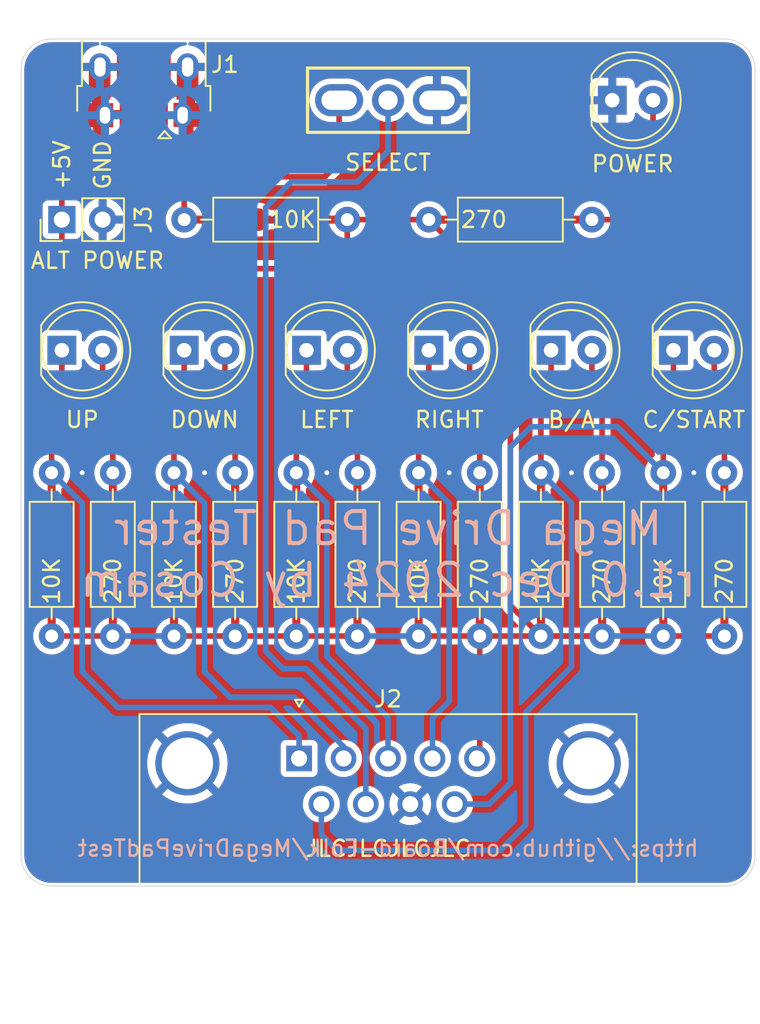
<source format=kicad_pcb>
(kicad_pcb (version 20240108) (generator "pcbnew") (generator_version "8.0")
  (layers (0 "F.Cu" signal) (31 "B.Cu" signal) (34 "B.Paste" user) (35 "F.Paste" user) (36 "B.SilkS" user "B.Silkscreen") (37 "F.SilkS" user "F.Silkscreen") (38 "B.Mask" user) (39 "F.Mask" user) (44 "Edge.Cuts" user))
  (net 0 "")
  (net 1 "Net-(D1-A)")
  (net 2 "UP")
  (net 3 "Net-(D2-A)")
  (net 4 "DOWN")
  (net 5 "Net-(D3-A)")
  (net 6 "LEFT")
  (net 7 "Net-(D4-A)")
  (net 8 "RIGHT")
  (net 9 "Net-(D5-A)")
  (net 10 "B")
  (net 11 "Net-(D6-A)")
  (net 12 "C")
  (net 13 "GND")
  (net 14 "Net-(D7-A)")
  (net 17 "VCC")
  (net 19 "SELECT")
  (net 20 "Net-(SW1-A)")
  (footprint "Connector_PinHeader_2.54mm:PinHeader_1x02_P2.54mm_Vertical" (layer "F.Cu") (at 114.3 93.472 90)
    (property "Reference" "J3" (at 0 5.08 90) (layer "F.SilkS"))
    (property "Value" "ALT POWER" (at -2.54 2.2225 180) (layer "F.SilkS"))
    (fp_line (start -1.33 -1.33) (end 0 -1.33) (stroke (width 0.12)) (layer "F.SilkS"))
    (fp_line (start -1.33 0) (end -1.33 -1.33) (stroke (width 0.12)) (layer "F.SilkS"))
    (fp_line (start 1.33 1.27) (end 1.33 3.87) (stroke (width 0.12)) (layer "F.SilkS"))
    (fp_line (start -1.33 1.27) (end 1.33 1.27) (stroke (width 0.12)) (layer "F.SilkS"))
    (fp_line (start -1.33 1.27) (end -1.33 3.87) (stroke (width 0.12)) (layer "F.SilkS"))
    (fp_line (start -1.33 3.87) (end 1.33 3.87) (stroke (width 0.12)) (layer "F.SilkS"))
    (pad "1" thru_hole rect (at 0 0 90) (size 1.7 1.7) (drill 1) (layers "*.Cu" "*.Mask") (net 17 "VCC"))
    (pad "2" thru_hole oval (at 0 2.54 90) (size 1.7 1.7) (drill 1) (layers "*.Cu" "*.Mask") (net 13 "GND"))
  )
  (footprint "LED_THT:LED_D5.0mm" (layer "F.Cu") (at 144.78 101.6)
    (property "Reference" "D5" (hide yes))
    (property "Value" "B/A" (at 1.27 4.318 0) (layer "F.SilkS"))
    (fp_line (start -1.29 -1.545) (end -1.29 1.545) (stroke (width 0.12)) (layer "F.SilkS"))
    (fp_arc (start -1.29 -1.54483) (mid 2.072002 -2.880433) (end 4.26 0.000462) (stroke (width 0.12)) (layer "F.SilkS"))
    (fp_arc (start 4.26 -0.000462) (mid 2.072002 2.880433) (end -1.29 1.54483) (stroke (width 0.12)) (layer "F.SilkS"))
    (fp_circle (center 1.27 0) (end 3.77 0) (stroke (width 0.12)) (fill none) (layer "F.SilkS"))
    (pad "1" thru_hole rect (at 0 0) (size 1.8 1.8) (drill 0.9) (layers "*.Cu" "*.Mask") (net 10 "B"))
    (pad "2" thru_hole circle (at 2.54 0) (size 1.8 1.8) (drill 0.9) (layers "*.Cu" "*.Mask") (net 9 "Net-(D5-A)"))
  )
  (footprint "MegaDrivePadTest_Library:R_Combo" (layer "F.Cu") (at 140.335 109.22 -90)
    (property "Reference" "R4" (hide yes))
    (property "Value" "270")
    (fp_line (start 1.81 1.37) (end 8.35 1.37) (stroke (width 0.12)) (layer "F.SilkS"))
    (fp_line (start 8.35 1.37) (end 8.35 -1.37) (stroke (width 0.12)) (layer "F.SilkS"))
    (fp_line (start 1.04 0) (end 1.81 0) (stroke (width 0.12)) (layer "F.SilkS"))
    (fp_line (start 9.12 0) (end 8.35 0) (stroke (width 0.12)) (layer "F.SilkS"))
    (fp_line (start 1.81 -1.37) (end 1.81 1.37) (stroke (width 0.12)) (layer "F.SilkS"))
    (fp_line (start 8.35 -1.37) (end 1.81 -1.37) (stroke (width 0.12)) (layer "F.SilkS"))
    (fp_text user "${VALUE}" (at 6.731 0 -90) (layer "F.SilkS"))
    (pad "1" thru_hole circle (at 0 0 270) (size 1.6 1.6) (drill 0.8) (layers "*.Cu" "*.Mask") (net 7 "Net-(D4-A)"))
    (pad "1" smd roundrect (at 1.36525 0 270) (size 3.1115 0.5) (layers "F.Cu") (roundrect_rratio 0.5) (net 7 "Net-(D4-A)"))
    (pad "1" smd roundrect (at 2.62 0 270) (size 1.025 1.4) (layers "F.Cu" "F.Paste" "F.Mask") (roundrect_rratio 0.243902) (net 7 "Net-(D4-A)"))
    (pad "2" smd roundrect (at 4.445 0 270) (size 1.025 1.4) (layers "F.Cu" "F.Paste" "F.Mask") (roundrect_rratio 0.243902) (net 17 "VCC"))
    (pad "2" smd roundrect (at 7.33425 -0.002 270) (size 6.2865 0.504) (layers "F.Cu") (roundrect_rratio 0.5) (net 17 "VCC"))
    (pad "2" thru_hole oval (at 10.16 0 270) (size 1.6 1.6) (drill 0.8) (layers "*.Cu" "*.Mask") (net 17 "VCC"))
  )
  (footprint "MegaDrivePadTest_Library:R_Combo" (layer "F.Cu") (at 144.145 109.22 -90)
    (property "Reference" "R11" (hide yes))
    (property "Value" "10K")
    (fp_line (start 1.81 1.37) (end 8.35 1.37) (stroke (width 0.12)) (layer "F.SilkS"))
    (fp_line (start 8.35 1.37) (end 8.35 -1.37) (stroke (width 0.12)) (layer "F.SilkS"))
    (fp_line (start 1.04 0) (end 1.81 0) (stroke (width 0.12)) (layer "F.SilkS"))
    (fp_line (start 9.12 0) (end 8.35 0) (stroke (width 0.12)) (layer "F.SilkS"))
    (fp_line (start 1.81 -1.37) (end 1.81 1.37) (stroke (width 0.12)) (layer "F.SilkS"))
    (fp_line (start 8.35 -1.37) (end 1.81 -1.37) (stroke (width 0.12)) (layer "F.SilkS"))
    (fp_text user "${VALUE}" (at 6.731 0 -90) (layer "F.SilkS"))
    (pad "1" thru_hole circle (at 0 0 270) (size 1.6 1.6) (drill 0.8) (layers "*.Cu" "*.Mask") (net 10 "B"))
    (pad "1" smd roundrect (at 1.36525 0 270) (size 3.1115 0.5) (layers "F.Cu") (roundrect_rratio 0.5) (net 10 "B"))
    (pad "1" smd roundrect (at 2.62 0 270) (size 1.025 1.4) (layers "F.Cu" "F.Paste" "F.Mask") (roundrect_rratio 0.243902) (net 10 "B"))
    (pad "2" smd roundrect (at 4.445 0 270) (size 1.025 1.4) (layers "F.Cu" "F.Paste" "F.Mask") (roundrect_rratio 0.243902) (net 17 "VCC"))
    (pad "2" smd roundrect (at 7.33425 -0.002 270) (size 6.2865 0.504) (layers "F.Cu") (roundrect_rratio 0.5) (net 17 "VCC"))
    (pad "2" thru_hole oval (at 10.16 0 270) (size 1.6 1.6) (drill 0.8) (layers "*.Cu" "*.Mask") (net 17 "VCC"))
  )
  (footprint "MegaDrivePadTest_Library:R_Combo" (layer "F.Cu") (at 132.715 109.22 -90)
    (property "Reference" "R3" (hide yes))
    (property "Value" "270")
    (fp_line (start 1.81 1.37) (end 8.35 1.37) (stroke (width 0.12)) (layer "F.SilkS"))
    (fp_line (start 8.35 1.37) (end 8.35 -1.37) (stroke (width 0.12)) (layer "F.SilkS"))
    (fp_line (start 1.04 0) (end 1.81 0) (stroke (width 0.12)) (layer "F.SilkS"))
    (fp_line (start 9.12 0) (end 8.35 0) (stroke (width 0.12)) (layer "F.SilkS"))
    (fp_line (start 1.81 -1.37) (end 1.81 1.37) (stroke (width 0.12)) (layer "F.SilkS"))
    (fp_line (start 8.35 -1.37) (end 1.81 -1.37) (stroke (width 0.12)) (layer "F.SilkS"))
    (fp_text user "${VALUE}" (at 6.731 0 -90) (layer "F.SilkS"))
    (pad "1" thru_hole circle (at 0 0 270) (size 1.6 1.6) (drill 0.8) (layers "*.Cu" "*.Mask") (net 5 "Net-(D3-A)"))
    (pad "1" smd roundrect (at 1.36525 0 270) (size 3.1115 0.5) (layers "F.Cu") (roundrect_rratio 0.5) (net 5 "Net-(D3-A)"))
    (pad "1" smd roundrect (at 2.62 0 270) (size 1.025 1.4) (layers "F.Cu" "F.Paste" "F.Mask") (roundrect_rratio 0.243902) (net 5 "Net-(D3-A)"))
    (pad "2" smd roundrect (at 4.445 0 270) (size 1.025 1.4) (layers "F.Cu" "F.Paste" "F.Mask") (roundrect_rratio 0.243902) (net 17 "VCC"))
    (pad "2" smd roundrect (at 7.33425 -0.002 270) (size 6.2865 0.504) (layers "F.Cu") (roundrect_rratio 0.5) (net 17 "VCC"))
    (pad "2" thru_hole oval (at 10.16 0 270) (size 1.6 1.6) (drill 0.8) (layers "*.Cu" "*.Mask") (net 17 "VCC"))
  )
  (footprint "LED_THT:LED_D5.0mm" (layer "F.Cu") (at 152.4 101.6)
    (property "Reference" "D6" (hide yes))
    (property "Value" "C/START" (at 1.27 4.318 0) (layer "F.SilkS"))
    (fp_line (start -1.29 -1.545) (end -1.29 1.545) (stroke (width 0.12)) (layer "F.SilkS"))
    (fp_arc (start -1.29 -1.54483) (mid 2.072002 -2.880433) (end 4.26 0.000462) (stroke (width 0.12)) (layer "F.SilkS"))
    (fp_arc (start 4.26 -0.000462) (mid 2.072002 2.880433) (end -1.29 1.54483) (stroke (width 0.12)) (layer "F.SilkS"))
    (fp_circle (center 1.27 0) (end 3.77 0) (stroke (width 0.12)) (fill none) (layer "F.SilkS"))
    (pad "1" thru_hole rect (at 0 0) (size 1.8 1.8) (drill 0.9) (layers "*.Cu" "*.Mask") (net 12 "C"))
    (pad "2" thru_hole circle (at 2.54 0) (size 1.8 1.8) (drill 0.9) (layers "*.Cu" "*.Mask") (net 11 "Net-(D6-A)"))
  )
  (footprint "MegaDrivePadTest_Library:R_Combo" (layer "F.Cu") (at 151.765 109.22 -90)
    (property "Reference" "R12" (hide yes))
    (property "Value" "10K")
    (fp_line (start 1.81 1.37) (end 8.35 1.37) (stroke (width 0.12)) (layer "F.SilkS"))
    (fp_line (start 8.35 1.37) (end 8.35 -1.37) (stroke (width 0.12)) (layer "F.SilkS"))
    (fp_line (start 1.04 0) (end 1.81 0) (stroke (width 0.12)) (layer "F.SilkS"))
    (fp_line (start 9.12 0) (end 8.35 0) (stroke (width 0.12)) (layer "F.SilkS"))
    (fp_line (start 1.81 -1.37) (end 1.81 1.37) (stroke (width 0.12)) (layer "F.SilkS"))
    (fp_line (start 8.35 -1.37) (end 1.81 -1.37) (stroke (width 0.12)) (layer "F.SilkS"))
    (fp_text user "${VALUE}" (at 6.731 0 -90) (layer "F.SilkS"))
    (pad "1" thru_hole circle (at 0 0 270) (size 1.6 1.6) (drill 0.8) (layers "*.Cu" "*.Mask") (net 12 "C"))
    (pad "1" smd roundrect (at 1.36525 0 270) (size 3.1115 0.5) (layers "F.Cu") (roundrect_rratio 0.5) (net 12 "C"))
    (pad "1" smd roundrect (at 2.62 0 270) (size 1.025 1.4) (layers "F.Cu" "F.Paste" "F.Mask") (roundrect_rratio 0.243902) (net 12 "C"))
    (pad "2" smd roundrect (at 4.445 0 270) (size 1.025 1.4) (layers "F.Cu" "F.Paste" "F.Mask") (roundrect_rratio 0.243902) (net 17 "VCC"))
    (pad "2" smd roundrect (at 7.33425 -0.002 270) (size 6.2865 0.504) (layers "F.Cu") (roundrect_rratio 0.5) (net 17 "VCC"))
    (pad "2" thru_hole oval (at 10.16 0 270) (size 1.6 1.6) (drill 0.8) (layers "*.Cu" "*.Mask") (net 17 "VCC"))
  )
  (footprint "MegaDrivePadTest_Library:R_Combo" (layer "F.Cu") (at 128.905 109.22 -90)
    (property "Reference" "R9" (hide yes))
    (property "Value" "10K")
    (fp_line (start 1.81 1.37) (end 8.35 1.37) (stroke (width 0.12)) (layer "F.SilkS"))
    (fp_line (start 8.35 1.37) (end 8.35 -1.37) (stroke (width 0.12)) (layer "F.SilkS"))
    (fp_line (start 1.04 0) (end 1.81 0) (stroke (width 0.12)) (layer "F.SilkS"))
    (fp_line (start 9.12 0) (end 8.35 0) (stroke (width 0.12)) (layer "F.SilkS"))
    (fp_line (start 1.81 -1.37) (end 1.81 1.37) (stroke (width 0.12)) (layer "F.SilkS"))
    (fp_line (start 8.35 -1.37) (end 1.81 -1.37) (stroke (width 0.12)) (layer "F.SilkS"))
    (fp_text user "${VALUE}" (at 6.731 0 -90) (layer "F.SilkS"))
    (pad "1" thru_hole circle (at 0 0 270) (size 1.6 1.6) (drill 0.8) (layers "*.Cu" "*.Mask") (net 6 "LEFT"))
    (pad "1" smd roundrect (at 1.36525 0 270) (size 3.1115 0.5) (layers "F.Cu") (roundrect_rratio 0.5) (net 6 "LEFT"))
    (pad "1" smd roundrect (at 2.62 0 270) (size 1.025 1.4) (layers "F.Cu" "F.Paste" "F.Mask") (roundrect_rratio 0.243902) (net 6 "LEFT"))
    (pad "2" smd roundrect (at 4.445 0 270) (size 1.025 1.4) (layers "F.Cu" "F.Paste" "F.Mask") (roundrect_rratio 0.243902) (net 17 "VCC"))
    (pad "2" smd roundrect (at 7.33425 -0.002 270) (size 6.2865 0.504) (layers "F.Cu") (roundrect_rratio 0.5) (net 17 "VCC"))
    (pad "2" thru_hole oval (at 10.16 0 270) (size 1.6 1.6) (drill 0.8) (layers "*.Cu" "*.Mask") (net 17 "VCC"))
  )
  (footprint "Connector_Dsub:DSUB-9_Male_Horizontal_P2.77x2.84mm_EdgePinOffset4.94mm_Housed_MountingHolesOffset7.48mm" (layer "F.Cu") (at 129.08 127)
    (property "Reference" "J2" (at 5.54 -3.7 0) (layer "F.SilkS"))
    (property "Value" "DE9_Receptacle_MountingHoles")
    (fp_line (start -9.945 -2.76) (end 21.025 -2.76) (stroke (width 0.12)) (layer "F.SilkS"))
    (fp_line (start -9.945 7.72) (end -9.945 -2.76) (stroke (width 0.12)) (layer "F.SilkS"))
    (fp_line (start -0.25 -3.654338) (end 0.25 -3.654338) (stroke (width 0.12)) (layer "F.SilkS"))
    (fp_line (start 0 -3.221325) (end -0.25 -3.654338) (stroke (width 0.12)) (layer "F.SilkS"))
    (fp_line (start 0.25 -3.654338) (end 0 -3.221325) (stroke (width 0.12)) (layer "F.SilkS"))
    (fp_line (start 21.025 -2.76) (end 21.025 7.72) (stroke (width 0.12)) (layer "F.SilkS"))
    (pad "0" thru_hole circle (at -6.96 0.3) (size 4 4) (drill 3.2) (layers "*.Cu" "*.Mask") (net 13 "GND"))
    (pad "0" thru_hole circle (at 18.04 0.3) (size 4 4) (drill 3.2) (layers "*.Cu" "*.Mask") (net 13 "GND"))
    (pad "1" thru_hole rect (at 0 0) (size 1.6 1.6) (drill 1) (layers "*.Cu" "*.Mask") (net 2 "UP"))
    (pad "2" thru_hole circle (at 2.77 0) (size 1.6 1.6) (drill 1) (layers "*.Cu" "*.Mask") (net 4 "DOWN"))
    (pad "3" thru_hole circle (at 5.54 0) (size 1.6 1.6) (drill 1) (layers "*.Cu" "*.Mask") (net 6 "LEFT"))
    (pad "4" thru_hole circle (at 8.31 0) (size 1.6 1.6) (drill 1) (layers "*.Cu" "*.Mask") (net 8 "RIGHT"))
    (pad "5" thru_hole circle (at 11.08 0) (size 1.6 1.6) (drill 1) (layers "*.Cu" "*.Mask") (net 17 "VCC"))
    (pad "6" thru_hole circle (at 1.385 2.84) (size 1.6 1.6) (drill 1) (layers "*.Cu" "*.Mask") (net 10 "B"))
    (pad "7" thru_hole circle (at 4.155 2.84) (size 1.6 1.6) (drill 1) (layers "*.Cu" "*.Mask") (net 19 "SELECT"))
    (pad "8" thru_hole circle (at 6.925 2.84) (size 1.6 1.6) (drill 1) (layers "*.Cu" "*.Mask") (net 13 "GND"))
    (pad "9" thru_hole circle (at 9.695 2.84) (size 1.6 1.6) (drill 1) (layers "*.Cu" "*.Mask") (net 12 "C"))
  )
  (footprint "LED_THT:LED_D5.0mm" (layer "F.Cu") (at 114.3 101.6)
    (property "Reference" "D1" (hide yes))
    (property "Value" "UP" (at 1.27 4.318 0) (layer "F.SilkS"))
    (fp_line (start -1.29 -1.545) (end -1.29 1.545) (stroke (width 0.12)) (layer "F.SilkS"))
    (fp_arc (start -1.29 -1.54483) (mid 2.072002 -2.880433) (end 4.26 0.000462) (stroke (width 0.12)) (layer "F.SilkS"))
    (fp_arc (start 4.26 -0.000462) (mid 2.072002 2.880433) (end -1.29 1.54483) (stroke (width 0.12)) (layer "F.SilkS"))
    (fp_circle (center 1.27 0) (end 3.77 0) (stroke (width 0.12)) (fill none) (layer "F.SilkS"))
    (pad "1" thru_hole rect (at 0 0) (size 1.8 1.8) (drill 0.9) (layers "*.Cu" "*.Mask") (net 2 "UP"))
    (pad "2" thru_hole circle (at 2.54 0) (size 1.8 1.8) (drill 0.9) (layers "*.Cu" "*.Mask") (net 1 "Net-(D1-A)"))
  )
  (footprint "Connector_USB:USB_Micro-B_Amphenol_10103594-0001LF_Horizontal" (layer "F.Cu") (at 119.38 85.09 180)
    (property "Reference" "J1" (at -5.08 1.27 0) (layer "F.SilkS"))
    (property "Value" "USB_B_Micro")
    (fp_line (start 4.125 -0.065) (end 4.125 -1.615) (stroke (width 0.12)) (layer "F.SilkS"))
    (fp_line (start 3.825 2.735) (end 3.825 -0.065) (stroke (width 0.12)) (layer "F.SilkS"))
    (fp_line (start 3.825 -0.065) (end 4.125 -0.065) (stroke (width 0.12)) (layer "F.SilkS"))
    (fp_line (start -0.925 -3.315) (end -1.325 -2.865) (stroke (width 0.12)) (layer "F.SilkS"))
    (fp_line (start -1.325 -2.865) (end -1.725 -3.315) (stroke (width 0.12)) (layer "F.SilkS"))
    (fp_line (start -1.725 -3.315) (end -0.925 -3.315) (stroke (width 0.12)) (layer "F.SilkS"))
    (fp_line (start -3.875 2.735) (end -3.875 -0.065) (stroke (width 0.12)) (layer "F.SilkS"))
    (fp_line (start -4.175 -0.065) (end -3.875 -0.065) (stroke (width 0.12)) (layer "F.SilkS"))
    (fp_line (start -4.175 -0.065) (end -4.175 -1.615) (stroke (width 0.12)) (layer "F.SilkS"))
    (pad "1" smd rect (at -1.325 -1.765 270) (size 1.65 0.4) (layers "F.Cu" "F.Paste" "F.Mask") (net 17 "VCC"))
    (pad "2" smd rect (at -0.675 -1.765 270) (size 1.65 0.4) (layers "F.Cu" "F.Paste" "F.Mask"))
    (pad "3" smd rect (at -0.025 -1.765 270) (size 1.65 0.4) (layers "F.Cu" "F.Paste" "F.Mask"))
    (pad "4" smd rect (at 0.625 -1.765 270) (size 1.65 0.4) (layers "F.Cu" "F.Paste" "F.Mask"))
    (pad "5" smd rect (at 1.275 -1.765 270) (size 1.65 0.4) (layers "F.Cu" "F.Paste" "F.Mask") (net 13 "GND"))
    (pad "6" smd rect (at -2.975 -0.565 180) (size 1.825 0.7) (layers "F.Cu" "F.Paste" "F.Mask") (net 13 "GND"))
    (pad "6" smd rect (at -2.875 -1.865 180) (size 2 1.5) (layers "F.Cu" "F.Paste" "F.Mask") (net 13 "GND"))
    (pad "6" smd rect (at -2.755 0.185 180) (size 1.35 2) (layers "F.Cu" "F.Paste" "F.Mask") (net 13 "GND"))
    (pad "6" thru_hole oval (at -2.755 1.115 270) (size 1.7 1.35) (drill oval 1.2 0.7) (layers "*.Cu" "*.Mask") (net 13 "GND"))
    (pad "6" thru_hole oval (at -2.445 -1.885 270) (size 1.5 1.1) (drill oval 1.05 0.65) (layers "*.Cu" "*.Mask") (net 13 "GND"))
    (pad "6" smd rect (at -0.985 1.385 270) (size 2.5 1.43) (layers "F.Cu" "F.Paste" "F.Mask") (net 13 "GND"))
    (pad "6" smd rect (at 0.935 1.385 270) (size 2.5 1.43) (layers "F.Cu" "F.Paste" "F.Mask") (net 13 "GND"))
    (pad "6" thru_hole oval (at 2.395 -1.885 270) (size 1.5 1.1) (drill oval 1.05 0.65) (layers "*.Cu" "*.Mask") (net 13 "GND"))
    (pad "6" thru_hole oval (at 2.705 1.115 270) (size 1.7 1.35) (drill oval 1.2 0.7) (layers "*.Cu" "*.Mask") (net 13 "GND"))
    (pad "6" smd rect (at 2.725 0.185 180) (size 1.35 2) (layers "F.Cu" "F.Paste" "F.Mask") (net 13 "GND"))
    (pad "6" smd rect (at 2.875 -1.885 180) (size 2 1.5) (layers "F.Cu" "F.Paste" "F.Mask") (net 13 "GND"))
    (pad "6" smd rect (at 2.975 -0.565 180) (size 1.825 0.7) (layers "F.Cu" "F.Paste" "F.Mask") (net 13 "GND"))
  )
  (footprint "MegaDrivePadTest_Library:R_Combo" (layer "F.Cu") (at 121.285 109.22 -90)
    (property "Reference" "R8" (hide yes))
    (property "Value" "10K")
    (fp_line (start 1.81 1.37) (end 8.35 1.37) (stroke (width 0.12)) (layer "F.SilkS"))
    (fp_line (start 8.35 1.37) (end 8.35 -1.37) (stroke (width 0.12)) (layer "F.SilkS"))
    (fp_line (start 1.04 0) (end 1.81 0) (stroke (width 0.12)) (layer "F.SilkS"))
    (fp_line (start 9.12 0) (end 8.35 0) (stroke (width 0.12)) (layer "F.SilkS"))
    (fp_line (start 1.81 -1.37) (end 1.81 1.37) (stroke (width 0.12)) (layer "F.SilkS"))
    (fp_line (start 8.35 -1.37) (end 1.81 -1.37) (stroke (width 0.12)) (layer "F.SilkS"))
    (fp_text user "${VALUE}" (at 6.731 0 -90) (layer "F.SilkS"))
    (pad "1" thru_hole circle (at 0 0 270) (size 1.6 1.6) (drill 0.8) (layers "*.Cu" "*.Mask") (net 4 "DOWN"))
    (pad "1" smd roundrect (at 1.36525 0 270) (size 3.1115 0.5) (layers "F.Cu") (roundrect_rratio 0.5) (net 4 "DOWN"))
    (pad "1" smd roundrect (at 2.62 0 270) (size 1.025 1.4) (layers "F.Cu" "F.Paste" "F.Mask") (roundrect_rratio 0.243902) (net 4 "DOWN"))
    (pad "2" smd roundrect (at 4.445 0 270) (size 1.025 1.4) (layers "F.Cu" "F.Paste" "F.Mask") (roundrect_rratio 0.243902) (net 17 "VCC"))
    (pad "2" smd roundrect (at 7.33425 -0.002 270) (size 6.2865 0.504) (layers "F.Cu") (roundrect_rratio 0.5) (net 17 "VCC"))
    (pad "2" thru_hole oval (at 10.16 0 270) (size 1.6 1.6) (drill 0.8) (layers "*.Cu" "*.Mask") (net 17 "VCC"))
  )
  (footprint "MegaDrivePadTest_Library:R_Combo" (layer "F.Cu") (at 147.32 93.472 180)
    (property "Reference" "R14" (hide yes))
    (property "Value" "270")
    (fp_line (start 9.12 0) (end 8.35 0) (stroke (width 0.12)) (layer "F.SilkS"))
    (fp_line (start 8.35 1.37) (end 8.35 -1.37) (stroke (width 0.12)) (layer "F.SilkS"))
    (fp_line (start 8.35 -1.37) (end 1.81 -1.37) (stroke (width 0.12)) (layer "F.SilkS"))
    (fp_line (start 1.81 1.37) (end 8.35 1.37) (stroke (width 0.12)) (layer "F.SilkS"))
    (fp_line (start 1.81 -1.37) (end 1.81 1.37) (stroke (width 0.12)) (layer "F.SilkS"))
    (fp_line (start 1.04 0) (end 1.81 0) (stroke (width 0.12)) (layer "F.SilkS"))
    (fp_text user "${VALUE}" (at 6.731 0 180) (layer "F.SilkS"))
    (pad "1" thru_hole circle (at 0 0 180) (size 1.6 1.6) (drill 0.8) (layers "*.Cu" "*.Mask") (net 14 "Net-(D7-A)"))
    (pad "1" smd roundrect (at 1.36525 0 180) (size 3.1115 0.5) (layers "F.Cu") (roundrect_rratio 0.5) (net 14 "Net-(D7-A)"))
    (pad "1" smd roundrect (at 2.62 0 180) (size 1.025 1.4) (layers "F.Cu" "F.Paste" "F.Mask") (roundrect_rratio 0.243902) (net 14 "Net-(D7-A)"))
    (pad "2" smd roundrect (at 4.445 0 180) (size 1.025 1.4) (layers "F.Cu" "F.Paste" "F.Mask") (roundrect_rratio 0.243902) (net 17 "VCC"))
    (pad "2" smd roundrect (at 7.33425 -0.002 180) (size 6.2865 0.504) (layers "F.Cu") (roundrect_rratio 0.5) (net 17 "VCC"))
    (pad "2" thru_hole oval (at 10.16 0 180) (size 1.6 1.6) (drill 0.8) (layers "*.Cu" "*.Mask") (net 17 "VCC"))
  )
  (footprint "MegaDrivePadTest_Library:Switch" (layer "F.Cu") (at 134.62 86.0425)
    (property "Reference" "SW1" (hide yes))
    (property "Value" "SELECT" (at 0 3.8735 0) (layer "F.SilkS"))
    (fp_rect (start -5.016 -2) (end 5.016 2) (stroke (width 0.2)) (fill none) (layer "F.SilkS"))
    (pad "1" thru_hole oval (at -3.048 0) (size 3 2) (drill oval 2.2 1.2) (layers "*.Cu" "*.Mask") (net 20 "Net-(SW1-A)"))
    (pad "2" thru_hole circle (at 0 0) (size 2 2) (drill 1.2) (layers "*.Cu" "*.Mask") (net 19 "SELECT"))
    (pad "3" thru_hole oval (at 3.048 0) (size 3 2) (drill oval 2.2 1.2) (layers "*.Cu" "*.Mask") (net 13 "GND"))
  )
  (footprint "LED_THT:LED_D5.0mm" (layer "F.Cu") (at 137.16 101.6)
    (property "Reference" "D4" (hide yes))
    (property "Value" "RIGHT" (at 1.27 4.318 0) (layer "F.SilkS"))
    (fp_line (start -1.29 -1.545) (end -1.29 1.545) (stroke (width 0.12)) (layer "F.SilkS"))
    (fp_arc (start -1.29 -1.54483) (mid 2.072002 -2.880433) (end 4.26 0.000462) (stroke (width 0.12)) (layer "F.SilkS"))
    (fp_arc (start 4.26 -0.000462) (mid 2.072002 2.880433) (end -1.29 1.54483) (stroke (width 0.12)) (layer "F.SilkS"))
    (fp_circle (center 1.27 0) (end 3.77 0) (stroke (width 0.12)) (fill none) (layer "F.SilkS"))
    (pad "1" thru_hole rect (at 0 0) (size 1.8 1.8) (drill 0.9) (layers "*.Cu" "*.Mask") (net 8 "RIGHT"))
    (pad "2" thru_hole circle (at 2.54 0) (size 1.8 1.8) (drill 0.9) (layers "*.Cu" "*.Mask") (net 7 "Net-(D4-A)"))
  )
  (footprint "MegaDrivePadTest_Library:R_Combo" (layer "F.Cu") (at 113.665 109.22 -90)
    (property "Reference" "R7" (hide yes))
    (property "Value" "10K")
    (fp_line (start 1.81 1.37) (end 8.35 1.37) (stroke (width 0.12)) (layer "F.SilkS"))
    (fp_line (start 8.35 1.37) (end 8.35 -1.37) (stroke (width 0.12)) (layer "F.SilkS"))
    (fp_line (start 1.04 0) (end 1.81 0) (stroke (width 0.12)) (layer "F.SilkS"))
    (fp_line (start 9.12 0) (end 8.35 0) (stroke (width 0.12)) (layer "F.SilkS"))
    (fp_line (start 1.81 -1.37) (end 1.81 1.37) (stroke (width 0.12)) (layer "F.SilkS"))
    (fp_line (start 8.35 -1.37) (end 1.81 -1.37) (stroke (width 0.12)) (layer "F.SilkS"))
    (fp_text user "${VALUE}" (at 6.731 0 -90) (layer "F.SilkS"))
    (pad "1" thru_hole circle (at 0 0 270) (size 1.6 1.6) (drill 0.8) (layers "*.Cu" "*.Mask") (net 2 "UP"))
    (pad "1" smd roundrect (at 1.36525 0 270) (size 3.1115 0.5) (layers "F.Cu") (roundrect_rratio 0.5) (net 2 "UP"))
    (pad "1" smd roundrect (at 2.62 0 270) (size 1.025 1.4) (layers "F.Cu" "F.Paste" "F.Mask") (roundrect_rratio 0.243902) (net 2 "UP"))
    (pad "2" smd roundrect (at 4.445 0 270) (size 1.025 1.4) (layers "F.Cu" "F.Paste" "F.Mask") (roundrect_rratio 0.243902) (net 17 "VCC"))
    (pad "2" smd roundrect (at 7.33425 -0.002 270) (size 6.2865 0.504) (layers "F.Cu") (roundrect_rratio 0.5) (net 17 "VCC"))
    (pad "2" thru_hole oval (at 10.16 0 270) (size 1.6 1.6) (drill 0.8) (layers "*.Cu" "*.Mask") (net 17 "VCC"))
  )
  (footprint "LED_THT:LED_D5.0mm" (layer "F.Cu") (at 121.92 101.6)
    (property "Reference" "D2" (hide yes))
    (property "Value" "DOWN" (at 1.27 4.318 0) (layer "F.SilkS"))
    (fp_line (start -1.29 -1.545) (end -1.29 1.545) (stroke (width 0.12)) (layer "F.SilkS"))
    (fp_arc (start -1.29 -1.54483) (mid 2.072002 -2.880433) (end 4.26 0.000462) (stroke (width 0.12)) (layer "F.SilkS"))
    (fp_arc (start 4.26 -0.000462) (mid 2.072002 2.880433) (end -1.29 1.54483) (stroke (width 0.12)) (layer "F.SilkS"))
    (fp_circle (center 1.27 0) (end 3.77 0) (stroke (width 0.12)) (fill none) (layer "F.SilkS"))
    (pad "1" thru_hole rect (at 0 0) (size 1.8 1.8) (drill 0.9) (layers "*.Cu" "*.Mask") (net 4 "DOWN"))
    (pad "2" thru_hole circle (at 2.54 0) (size 1.8 1.8) (drill 0.9) (layers "*.Cu" "*.Mask") (net 3 "Net-(D2-A)"))
  )
  (footprint "MegaDrivePadTest_Library:R_Combo" (layer "F.Cu") (at 147.955 109.22 -90)
    (property "Reference" "R5" (hide yes))
    (property "Value" "270")
    (fp_line (start 1.81 1.37) (end 8.35 1.37) (stroke (width 0.12)) (layer "F.SilkS"))
    (fp_line (start 8.35 1.37) (end 8.35 -1.37) (stroke (width 0.12)) (layer "F.SilkS"))
    (fp_line (start 1.04 0) (end 1.81 0) (stroke (width 0.12)) (layer "F.SilkS"))
    (fp_line (start 9.12 0) (end 8.35 0) (stroke (width 0.12)) (layer "F.SilkS"))
    (fp_line (start 1.81 -1.37) (end 1.81 1.37) (stroke (width 0.12)) (layer "F.SilkS"))
    (fp_line (start 8.35 -1.37) (end 1.81 -1.37) (stroke (width 0.12)) (layer "F.SilkS"))
    (fp_text user "${VALUE}" (at 6.731 0 -90) (layer "F.SilkS"))
    (pad "1" thru_hole circle (at 0 0 270) (size 1.6 1.6) (drill 0.8) (layers "*.Cu" "*.Mask") (net 9 "Net-(D5-A)"))
    (pad "1" smd roundrect (at 1.36525 0 270) (size 3.1115 0.5) (layers "F.Cu") (roundrect_rratio 0.5) (net 9 "Net-(D5-A)"))
    (pad "1" smd roundrect (at 2.62 0 270) (size 1.025 1.4) (layers "F.Cu" "F.Paste" "F.Mask") (roundrect_rratio 0.243902) (net 9 "Net-(D5-A)"))
    (pad "2" smd roundrect (at 4.445 0 270) (size 1.025 1.4) (layers "F.Cu" "F.Paste" "F.Mask") (roundrect_rratio 0.243902) (net 17 "VCC"))
    (pad "2" smd roundrect (at 7.33425 -0.002 270) (size 6.2865 0.504) (layers "F.Cu") (roundrect_rratio 0.5) (net 17 "VCC"))
    (pad "2" thru_hole oval (at 10.16 0 270) (size 1.6 1.6) (drill 0.8) (layers "*.Cu" "*.Mask") (net 17 "VCC"))
  )
  (footprint "MegaDrivePadTest_Library:R_Combo" (layer "F.Cu") (at 136.525 109.22 -90)
    (property "Reference" "R10" (hide yes))
    (property "Value" "10K")
    (fp_line (start 1.81 1.37) (end 8.35 1.37) (stroke (width 0.12)) (layer "F.SilkS"))
    (fp_line (start 8.35 1.37) (end 8.35 -1.37) (stroke (width 0.12)) (layer "F.SilkS"))
    (fp_line (start 1.04 0) (end 1.81 0) (stroke (width 0.12)) (layer "F.SilkS"))
    (fp_line (start 9.12 0) (end 8.35 0) (stroke (width 0.12)) (layer "F.SilkS"))
    (fp_line (start 1.81 -1.37) (end 1.81 1.37) (stroke (width 0.12)) (layer "F.SilkS"))
    (fp_line (start 8.35 -1.37) (end 1.81 -1.37) (stroke (width 0.12)) (layer "F.SilkS"))
    (fp_text user "${VALUE}" (at 6.731 0 -90) (layer "F.SilkS"))
    (pad "1" thru_hole circle (at 0 0 270) (size 1.6 1.6) (drill 0.8) (layers "*.Cu" "*.Mask") (net 8 "RIGHT"))
    (pad "1" smd roundrect (at 1.36525 0 270) (size 3.1115 0.5) (layers "F.Cu") (roundrect_rratio 0.5) (net 8 "RIGHT"))
    (pad "1" smd roundrect (at 2.62 0 270) (size 1.025 1.4) (layers "F.Cu" "F.Paste" "F.Mask") (roundrect_rratio 0.243902) (net 8 "RIGHT"))
    (pad "2" smd roundrect (at 4.445 0 270) (size 1.025 1.4) (layers "F.Cu" "F.Paste" "F.Mask") (roundrect_rratio 0.243902) (net 17 "VCC"))
    (pad "2" smd roundrect (at 7.33425 -0.002 270) (size 6.2865 0.504) (layers "F.Cu") (roundrect_rratio 0.5) (net 17 "VCC"))
    (pad "2" thru_hole oval (at 10.16 0 270) (size 1.6 1.6) (drill 0.8) (layers "*.Cu" "*.Mask") (net 17 "VCC"))
  )
  (footprint "MegaDrivePadTest_Library:R_Combo" (layer "F.Cu") (at 125.095 109.22 -90)
    (property "Reference" "R2" (hide yes))
    (property "Value" "270")
    (fp_line (start 1.81 1.37) (end 8.35 1.37) (stroke (width 0.12)) (layer "F.SilkS"))
    (fp_line (start 8.35 1.37) (end 8.35 -1.37) (stroke (width 0.12)) (layer "F.SilkS"))
    (fp_line (start 1.04 0) (end 1.81 0) (stroke (width 0.12)) (layer "F.SilkS"))
    (fp_line (start 9.12 0) (end 8.35 0) (stroke (width 0.12)) (layer "F.SilkS"))
    (fp_line (start 1.81 -1.37) (end 1.81 1.37) (stroke (width 0.12)) (layer "F.SilkS"))
    (fp_line (start 8.35 -1.37) (end 1.81 -1.37) (stroke (width 0.12)) (layer "F.SilkS"))
    (fp_text user "${VALUE}" (at 6.731 0 -90) (layer "F.SilkS"))
    (pad "1" thru_hole circle (at 0 0 270) (size 1.6 1.6) (drill 0.8) (layers "*.Cu" "*.Mask") (net 3 "Net-(D2-A)"))
    (pad "1" smd roundrect (at 1.36525 0 270) (size 3.1115 0.5) (layers "F.Cu") (roundrect_rratio 0.5) (net 3 "Net-(D2-A)"))
    (pad "1" smd roundrect (at 2.62 0 270) (size 1.025 1.4) (layers "F.Cu" "F.Paste" "F.Mask") (roundrect_rratio 0.243902) (net 3 "Net-(D2-A)"))
    (pad "2" smd roundrect (at 4.445 0 270) (size 1.025 1.4) (layers "F.Cu" "F.Paste" "F.Mask") (roundrect_rratio 0.243902) (net 17 "VCC"))
    (pad "2" smd roundrect (at 7.33425 -0.002 270) (size 6.2865 0.504) (layers "F.Cu") (roundrect_rratio 0.5) (net 17 "VCC"))
    (pad "2" thru_hole oval (at 10.16 0 270) (size 1.6 1.6) (drill 0.8) (layers "*.Cu" "*.Mask") (net 17 "VCC"))
  )
  (footprint "LED_THT:LED_D5.0mm" (layer "F.Cu") (at 129.54 101.6)
    (property "Reference" "D3" (hide yes))
    (property "Value" "LEFT" (at 1.27 4.318 0) (layer "F.SilkS"))
    (fp_line (start -1.29 -1.545) (end -1.29 1.545) (stroke (width 0.12)) (layer "F.SilkS"))
    (fp_arc (start -1.29 -1.54483) (mid 2.072002 -2.880433) (end 4.26 0.000462) (stroke (width 0.12)) (layer "F.SilkS"))
    (fp_arc (start 4.26 -0.000462) (mid 2.072002 2.880433) (end -1.29 1.54483) (stroke (width 0.12)) (layer "F.SilkS"))
    (fp_circle (center 1.27 0) (end 3.77 0) (stroke (width 0.12)) (fill none) (layer "F.SilkS"))
    (pad "1" thru_hole rect (at 0 0) (size 1.8 1.8) (drill 0.9) (layers "*.Cu" "*.Mask") (net 6 "LEFT"))
    (pad "2" thru_hole circle (at 2.54 0) (size 1.8 1.8) (drill 0.9) (layers "*.Cu" "*.Mask") (net 5 "Net-(D3-A)"))
  )
  (footprint "MegaDrivePadTest_Library:R_Combo" (layer "F.Cu") (at 117.475 109.22 -90)
    (property "Reference" "R1" (hide yes))
    (property "Value" "270")
    (fp_line (start 1.81 1.37) (end 8.35 1.37) (stroke (width 0.12)) (layer "F.SilkS"))
    (fp_line (start 8.35 1.37) (end 8.35 -1.37) (stroke (width 0.12)) (layer "F.SilkS"))
    (fp_line (start 1.04 0) (end 1.81 0) (stroke (width 0.12)) (layer "F.SilkS"))
    (fp_line (start 9.12 0) (end 8.35 0) (stroke (width 0.12)) (layer "F.SilkS"))
    (fp_line (start 1.81 -1.37) (end 1.81 1.37) (stroke (width 0.12)) (layer "F.SilkS"))
    (fp_line (start 8.35 -1.37) (end 1.81 -1.37) (stroke (width 0.12)) (layer "F.SilkS"))
    (fp_text user "${VALUE}" (at 6.731 0 -90) (layer "F.SilkS"))
    (pad "1" thru_hole circle (at 0 0 270) (size 1.6 1.6) (drill 0.8) (layers "*.Cu" "*.Mask") (net 1 "Net-(D1-A)"))
    (pad "1" smd roundrect (at 1.36525 0 270) (size 3.1115 0.5) (layers "F.Cu") (roundrect_rratio 0.5) (net 1 "Net-(D1-A)"))
    (pad "1" smd roundrect (at 2.62 0 270) (size 1.025 1.4) (layers "F.Cu" "F.Paste" "F.Mask") (roundrect_rratio 0.243902) (net 1 "Net-(D1-A)"))
    (pad "2" smd roundrect (at 4.445 0 270) (size 1.025 1.4) (layers "F.Cu" "F.Paste" "F.Mask") (roundrect_rratio 0.243902) (net 17 "VCC"))
    (pad "2" smd roundrect (at 7.33425 -0.002 270) (size 6.2865 0.504) (layers "F.Cu") (roundrect_rratio 0.5) (net 17 "VCC"))
    (pad "2" thru_hole oval (at 10.16 0 270) (size 1.6 1.6) (drill 0.8) (layers "*.Cu" "*.Mask") (net 17 "VCC"))
  )
  (footprint "MegaDrivePadTest_Library:R_Combo" (layer "F.Cu") (at 155.575 109.22 -90)
    (property "Reference" "R6" (hide yes))
    (property "Value" "270")
    (fp_line (start 1.81 1.37) (end 8.35 1.37) (stroke (width 0.12)) (layer "F.SilkS"))
    (fp_line (start 8.35 1.37) (end 8.35 -1.37) (stroke (width 0.12)) (layer "F.SilkS"))
    (fp_line (start 1.04 0) (end 1.81 0) (stroke (width 0.12)) (layer "F.SilkS"))
    (fp_line (start 9.12 0) (end 8.35 0) (stroke (width 0.12)) (layer "F.SilkS"))
    (fp_line (start 1.81 -1.37) (end 1.81 1.37) (stroke (width 0.12)) (layer "F.SilkS"))
    (fp_line (start 8.35 -1.37) (end 1.81 -1.37) (stroke (width 0.12)) (layer "F.SilkS"))
    (fp_text user "${VALUE}" (at 6.731 0 -90) (layer "F.SilkS"))
    (pad "1" thru_hole circle (at 0 0 270) (size 1.6 1.6) (drill 0.8) (layers "*.Cu" "*.Mask") (net 11 "Net-(D6-A)"))
    (pad "1" smd roundrect (at 1.36525 0 270) (size 3.1115 0.5) (layers "F.Cu") (roundrect_rratio 0.5) (net 11 "Net-(D6-A)"))
    (pad "1" smd roundrect (at 2.62 0 270) (size 1.025 1.4) (layers "F.Cu" "F.Paste" "F.Mask") (roundrect_rratio 0.243902) (net 11 "Net-(D6-A)"))
    (pad "2" smd roundrect (at 4.445 0 270) (size 1.025 1.4) (layers "F.Cu" "F.Paste" "F.Mask") (roundrect_rratio 0.243902) (net 17 "VCC"))
    (pad "2" smd roundrect (at 7.33425 -0.002 270) (size 6.2865 0.504) (layers "F.Cu") (roundrect_rratio 0.5) (net 17 "VCC"))
    (pad "2" thru_hole oval (at 10.16 0 270) (size 1.6 1.6) (drill 0.8) (layers "*.Cu" "*.Mask") (net 17 "VCC"))
  )
  (footprint "MegaDrivePadTest_Library:R_Combo" (layer "F.Cu") (at 121.92 93.472)
    (property "Reference" "R13" (hide yes))
    (property "Value" "10K")
    (fp_line (start 1.04 0) (end 1.81 0) (stroke (width 0.12)) (layer "F.SilkS"))
    (fp_line (start 1.81 -1.37) (end 1.81 1.37) (stroke (width 0.12)) (layer "F.SilkS"))
    (fp_line (start 1.81 1.37) (end 8.35 1.37) (stroke (width 0.12)) (layer "F.SilkS"))
    (fp_line (start 8.35 -1.37) (end 1.81 -1.37) (stroke (width 0.12)) (layer "F.SilkS"))
    (fp_line (start 8.35 1.37) (end 8.35 -1.37) (stroke (width 0.12)) (layer "F.SilkS"))
    (fp_line (start 9.12 0) (end 8.35 0) (stroke (width 0.12)) (layer "F.SilkS"))
    (fp_text user "${VALUE}" (at 6.731 0 0) (layer "F.SilkS"))
    (pad "1" thru_hole circle (at 0 0) (size 1.6 1.6) (drill 0.8) (layers "*.Cu" "*.Mask") (net 20 "Net-(SW1-A)"))
    (pad "1" smd roundrect (at 1.36525 0) (size 3.1115 0.5) (layers "F.Cu") (roundrect_rratio 0.5) (net 20 "Net-(SW1-A)"))
    (pad "1" smd roundrect (at 2.62 0) (size 1.025 1.4) (layers "F.Cu" "F.Paste" "F.Mask") (roundrect_rratio 0.243902) (net 20 "Net-(SW1-A)"))
    (pad "2" smd roundrect (at 4.445 0) (size 1.025 1.4) (layers "F.Cu" "F.Paste" "F.Mask") (roundrect_rratio 0.243902) (net 17 "VCC"))
    (pad "2" smd roundrect (at 7.33425 -0.002) (size 6.2865 0.504) (layers "F.Cu") (roundrect_rratio 0.5) (net 17 "VCC"))
    (pad "2" thru_hole oval (at 10.16 0) (size 1.6 1.6) (drill 0.8) (layers "*.Cu" "*.Mask") (net 17 "VCC"))
  )
  (footprint "LED_THT:LED_D5.0mm" (layer "F.Cu") (at 148.59 86.0425)
    (property "Reference" "D7" (hide yes))
    (property "Value" "POWER" (at 1.27 3.96 0) (layer "F.SilkS"))
    (fp_line (start -1.29 -1.545) (end -1.29 1.545) (stroke (width 0.12)) (layer "F.SilkS"))
    (fp_arc (start -1.29 -1.54483) (mid 2.072002 -2.880433) (end 4.26 0.000462) (stroke (width 0.12)) (layer "F.SilkS"))
    (fp_arc (start 4.26 -0.000462) (mid 2.072002 2.880433) (end -1.29 1.54483) (stroke (width 0.12)) (layer "F.SilkS"))
    (fp_circle (center 1.27 0) (end 3.77 0) (stroke (width 0.12)) (fill none) (layer "F.SilkS"))
    (pad "1" thru_hole rect (at 0 0) (size 1.8 1.8) (drill 0.9) (layers "*.Cu" "*.Mask") (net 13 "GND"))
    (pad "2" thru_hole circle (at 2.54 0) (size 1.8 1.8) (drill 0.9) (layers "*.Cu" "*.Mask") (net 14 "Net-(D7-A)"))
  )
  (gr_arc (start 113.664998 134.937502) (mid 112.31796 134.37954) (end 111.759998 133.032502) (stroke (width 0.05)) (layer "Edge.Cuts"))
  (gr_arc (start 155.575002 82.232498) (mid 156.92204 82.79046) (end 157.480002 84.137498) (stroke (width 0.05)) (layer "Edge.Cuts"))
  (gr_line (start 157.480002 133.032502) (end 157.480002 84.1375) (stroke (width 0.05)) (layer "Edge.Cuts"))
  (gr_arc (start 111.76 84.1375) (mid 112.317962 82.790462) (end 113.665 82.2325) (stroke (width 0.05)) (layer "Edge.Cuts"))
  (gr_line (start 155.575002 82.232498) (end 113.665 82.232498) (stroke (width 0.05)) (layer "Edge.Cuts"))
  (gr_line (start 113.664998 134.937502) (end 155.575002 134.937502) (stroke (width 0.05)) (layer "Edge.Cuts"))
  (gr_arc (start 157.480002 133.032502) (mid 156.92204 134.37954) (end 155.575002 134.937502) (stroke (width 0.05)) (layer "Edge.Cuts"))
  (gr_line (start 111.76 84.1375) (end 111.76 133.032502) (stroke (width 0.05)) (layer "Edge.Cuts"))
  (gr_text "Mega Drive Pad Tester\nr1.0 Dec 2024 by Cosam" (at 134.62 114.3 0) (layer "B.SilkS") (effects (font (size 2 2) (thickness 0.25)) (justify mirror)))
  (gr_text "https://github.com/Board-Folk/MegaDrivePadTest" (at 134.62 132.588 0) (layer "B.SilkS") (effects (font (size 1 1)) (justify mirror)))
  (gr_text "JLCJLCJLCJLC" (at 134.62 132.6 0) (layer "F.SilkS") (effects (font (size 1 1))))
  (gr_text "+5V" (at 114.3 91.694 90) (layer "F.SilkS") (effects (font (size 1 1)) (justify left)))
  (gr_text "GND" (at 116.84 91.694 90) (layer "F.SilkS") (effects (font (size 1 1)) (justify left)))
  (segment (start 116.84 104.14) (end 117.475 104.775) (width 0.35) (layer "F.Cu") (net 1))
  (segment (start 117.475 104.775) (end 117.475 109.22) (width 0.35) (layer "F.Cu") (net 1))
  (segment (start 116.84 101.6) (end 116.84 104.14) (width 0.35) (layer "F.Cu") (net 1))
  (segment (start 113.665 104.775) (end 113.665 109.22) (width 0.35) (layer "F.Cu") (net 2))
  (segment (start 114.3 101.6) (end 114.3 104.14) (width 0.35) (layer "F.Cu") (net 2))
  (segment (start 114.3 104.14) (end 113.665 104.775) (width 0.35) (layer "F.Cu") (net 2))
  (segment (start 129.08 127) (end 129.08 125.5875) (width 0.35) (layer "B.Cu") (net 2))
  (segment (start 127.3175 123.825) (end 117.7925 123.825) (width 0.35) (layer "B.Cu") (net 2))
  (segment (start 115.57 111.125) (end 113.665 109.22) (width 0.35) (layer "B.Cu") (net 2))
  (segment (start 115.57 121.6025) (end 115.57 111.125) (width 0.35) (layer "B.Cu") (net 2))
  (segment (start 129.08 125.5875) (end 127.3175 123.825) (width 0.35) (layer "B.Cu") (net 2))
  (segment (start 117.7925 123.825) (end 115.57 121.6025) (width 0.35) (layer "B.Cu") (net 2))
  (segment (start 125.095 104.775) (end 125.095 109.22) (width 0.35) (layer "F.Cu") (net 3))
  (segment (start 124.46 101.6) (end 124.46 104.14) (width 0.35) (layer "F.Cu") (net 3))
  (segment (start 124.46 104.14) (end 125.095 104.775) (width 0.35) (layer "F.Cu") (net 3))
  (segment (start 121.92 104.14) (end 121.285 104.775) (width 0.35) (layer "F.Cu") (net 4))
  (segment (start 121.285 104.775) (end 121.285 109.22) (width 0.35) (layer "F.Cu") (net 4))
  (segment (start 121.92 101.6) (end 121.92 104.14) (width 0.35) (layer "F.Cu") (net 4))
  (segment (start 124.7775 123.19) (end 128.778 123.19) (width 0.35) (layer "B.Cu") (net 4))
  (segment (start 123.19 121.6025) (end 124.7775 123.19) (width 0.35) (layer "B.Cu") (net 4))
  (segment (start 121.285 109.22) (end 123.19 111.125) (width 0.35) (layer "B.Cu") (net 4))
  (segment (start 128.778 123.19) (end 131.85 126.262) (width 0.35) (layer "B.Cu") (net 4))
  (segment (start 131.85 126.262) (end 131.85 127) (width 0.35) (layer "B.Cu") (net 4))
  (segment (start 123.19 111.125) (end 123.19 121.6025) (width 0.35) (layer "B.Cu") (net 4))
  (segment (start 132.08 104.14) (end 132.715 104.775) (width 0.35) (layer "F.Cu") (net 5))
  (segment (start 132.715 104.775) (end 132.715 109.22) (width 0.35) (layer "F.Cu") (net 5))
  (segment (start 132.08 101.6) (end 132.08 104.14) (width 0.35) (layer "F.Cu") (net 5))
  (segment (start 129.54 101.6) (end 129.54 104.14) (width 0.35) (layer "F.Cu") (net 6))
  (segment (start 128.905 104.775) (end 128.905 109.22) (width 0.35) (layer "F.Cu") (net 6))
  (segment (start 129.54 104.14) (end 128.905 104.775) (width 0.35) (layer "F.Cu") (net 6))
  (segment (start 134.62 127) (end 134.62 124.46) (width 0.35) (layer "B.Cu") (net 6))
  (segment (start 130.81 120.65) (end 130.81 111.125) (width 0.35) (layer "B.Cu") (net 6))
  (segment (start 130.81 111.125) (end 128.905 109.22) (width 0.35) (layer "B.Cu") (net 6))
  (segment (start 134.62 124.46) (end 130.81 120.65) (width 0.35) (layer "B.Cu") (net 6))
  (segment (start 139.7 101.6) (end 139.7 104.14) (width 0.35) (layer "F.Cu") (net 7))
  (segment (start 140.335 104.775) (end 140.335 109.22) (width 0.35) (layer "F.Cu") (net 7))
  (segment (start 139.7 104.14) (end 140.335 104.775) (width 0.35) (layer "F.Cu") (net 7))
  (segment (start 137.16 104.14) (end 136.525 104.775) (width 0.35) (layer "F.Cu") (net 8))
  (segment (start 137.16 101.6) (end 137.16 104.14) (width 0.35) (layer "F.Cu") (net 8))
  (segment (start 136.525 104.775) (end 136.525 109.22) (width 0.35) (layer "F.Cu") (net 8))
  (segment (start 138.43 123.444) (end 138.43 111.125) (width 0.35) (layer "B.Cu") (net 8))
  (segment (start 137.39 124.484) (end 138.43 123.444) (width 0.35) (layer "B.Cu") (net 8))
  (segment (start 138.43 111.125) (end 136.525 109.22) (width 0.35) (layer "B.Cu") (net 8))
  (segment (start 137.39 127) (end 137.39 124.484) (width 0.35) (layer "B.Cu") (net 8))
  (segment (start 147.32 104.14) (end 147.955 104.775) (width 0.35) (layer "F.Cu") (net 9))
  (segment (start 147.955 104.775) (end 147.955 109.22) (width 0.35) (layer "F.Cu") (net 9))
  (segment (start 147.32 101.6) (end 147.32 104.14) (width 0.35) (layer "F.Cu") (net 9))
  (segment (start 144.78 104.14) (end 144.145 104.775) (width 0.35) (layer "F.Cu") (net 10))
  (segment (start 144.78 101.6) (end 144.78 104.14) (width 0.35) (layer "F.Cu") (net 10))
  (segment (start 144.145 104.775) (end 144.145 109.22) (width 0.35) (layer "F.Cu") (net 10))
  (segment (start 131.445 132.715) (end 141.605 132.715) (width 0.35) (layer "B.Cu") (net 10))
  (segment (start 141.605 132.715) (end 143.1925 131.1275) (width 0.35) (layer "B.Cu") (net 10))
  (segment (start 146.05 121.285) (end 146.05 111.125) (width 0.35) (layer "B.Cu") (net 10))
  (segment (start 130.465 129.84) (end 130.465 131.735) (width 0.35) (layer "B.Cu") (net 10))
  (segment (start 146.05 111.125) (end 144.145 109.22) (width 0.35) (layer "B.Cu") (net 10))
  (segment (start 143.1925 124.1425) (end 146.05 121.285) (width 0.35) (layer "B.Cu") (net 10))
  (segment (start 143.1925 131.1275) (end 143.1925 124.1425) (width 0.35) (layer "B.Cu") (net 10))
  (segment (start 130.465 131.735) (end 131.445 132.715) (width 0.35) (layer "B.Cu") (net 10))
  (segment (start 155.575 104.775) (end 155.575 109.22) (width 0.35) (layer "F.Cu") (net 11))
  (segment (start 154.94 104.14) (end 155.575 104.775) (width 0.35) (layer "F.Cu") (net 11))
  (segment (start 154.94 101.6) (end 154.94 104.14) (width 0.35) (layer "F.Cu") (net 11))
  (segment (start 152.4 104.14) (end 151.765 104.775) (width 0.35) (layer "F.Cu") (net 12))
  (segment (start 152.4 101.6) (end 152.4 104.14) (width 0.35) (layer "F.Cu") (net 12))
  (segment (start 151.765 104.775) (end 151.765 109.22) (width 0.35) (layer "F.Cu") (net 12))
  (segment (start 138.775 129.84) (end 140.924 129.84) (width 0.35) (layer "B.Cu") (net 12))
  (segment (start 140.924 129.84) (end 142.24 128.524) (width 0.35) (layer "B.Cu") (net 12))
  (segment (start 143.51 106.3625) (end 148.9075 106.3625) (width 0.35) (layer "B.Cu") (net 12))
  (segment (start 148.9075 106.3625) (end 151.765 109.22) (width 0.35) (layer "B.Cu") (net 12))
  (segment (start 142.24 128.524) (end 142.24 107.6325) (width 0.35) (layer "B.Cu") (net 12))
  (segment (start 142.24 107.6325) (end 143.51 106.3625) (width 0.35) (layer "B.Cu") (net 12))
  (segment (start 120.707 85.655) (end 122.355 85.655) (width 0.35) (layer "F.Cu") (net 13))
  (segment (start 118.105 86.855) (end 118.105 85.707) (width 0.35) (layer "F.Cu") (net 13))
  (segment (start 118.445 85.263) (end 118.053 85.655) (width 0.35) (layer "F.Cu") (net 13))
  (segment (start 120.365 83.705) (end 120.365 85.313) (width 0.35) (layer "F.Cu") (net 13))
  (segment (start 122.135 83.975) (end 120.635 83.975) (width 0.35) (layer "F.Cu") (net 13))
  (segment (start 120.365 85.313) (end 120.707 85.655) (width 0.35) (layer "F.Cu") (net 13))
  (segment (start 116.675 83.975) (end 118.175 83.975) (width 0.35) (layer "F.Cu") (net 13))
  (segment (start 118.053 85.655) (end 116.405 85.655) (width 0.35) (layer "F.Cu") (net 13))
  (segment (start 118.105 85.707) (end 118.053 85.655) (width 0.35) (layer "F.Cu") (net 13))
  (segment (start 118.445 83.705) (end 118.445 85.263) (width 0.35) (layer "F.Cu") (net 13))
  (segment (start 121.865 83.705) (end 122.135 83.975) (width 0.35) (layer "F.Cu") (net 13))
  (segment (start 118.175 83.975) (end 118.445 83.705) (width 0.35) (layer "F.Cu") (net 13))
  (segment (start 120.635 83.975) (end 120.365 83.705) (width 0.35) (layer "F.Cu") (net 13))
  (via (at 146.05 109.22) (size 0.6) (drill 0.3) (layers "F.Cu" "B.Cu") (net 13))
  (via (at 130.81 109.22) (size 0.6) (drill 0.3) (layers "F.Cu" "B.Cu") (net 13))
  (via (at 153.67 109.22) (size 0.6) (drill 0.3) (layers "F.Cu" "B.Cu") (net 13))
  (via (at 115.57 109.22) (size 0.6) (drill 0.3) (layers "F.Cu" "B.Cu") (net 13))
  (via (at 123.19 109.22) (size 0.6) (drill 0.3) (layers "F.Cu" "B.Cu") (net 13))
  (via (at 138.43 109.22) (size 0.6) (drill 0.3) (layers "F.Cu" "B.Cu") (net 13))
  (segment (start 150.368 93.472) (end 151.13 92.71) (width 0.35) (layer "F.Cu") (net 14))
  (segment (start 147.32 93.472) (end 150.368 93.472) (width 0.35) (layer "F.Cu") (net 14))
  (segment (start 151.13 92.71) (end 151.13 86.0425) (width 0.35) (layer "F.Cu") (net 14))
  (segment (start 142.24 98.552) (end 142.24 117.475) (width 0.35) (layer "F.Cu") (net 17))
  (segment (start 120.705 89.353) (end 119.888 90.17) (width 0.35) (layer "F.Cu") (net 17))
  (segment (start 114.3 90.932) (end 114.3 93.472) (width 0.35) (layer "F.Cu") (net 17))
  (segment (start 131.318 96.52) (end 115.03025 96.52) (width 0.35) (layer "F.Cu") (net 17))
  (segment (start 115.03025 96.52) (end 114.3 95.78975) (width 0.35) (layer "F.Cu") (net 17))
  (segment (start 140.335 119.38) (end 140.335 126.825) (width 0.35) (layer "F.Cu") (net 17))
  (segment (start 132.08 95.758) (end 131.318 96.52) (width 0.35) (layer "F.Cu") (net 17))
  (segment (start 136.525 119.38) (end 140.335 119.38) (width 0.35) (layer "F.Cu") (net 17))
  (segment (start 115.062 90.17) (end 114.3 90.932) (width 0.35) (layer "F.Cu") (net 17))
  (segment (start 132.08 93.472) (end 137.16 93.472) (width 0.35) (layer "F.Cu") (net 17))
  (segment (start 132.715 119.38) (end 121.285 119.38) (width 0.35) (layer "F.Cu") (net 17))
  (segment (start 137.16 93.472) (end 142.24 98.552) (width 0.35) (layer "F.Cu") (net 17))
  (segment (start 140.335 126.825) (end 140.16 127) (width 0.35) (layer "F.Cu") (net 17))
  (segment (start 113.665 119.38) (end 117.475 119.38) (width 0.35) (layer "F.Cu") (net 17))
  (segment (start 155.575 119.38) (end 151.765 119.38) (width 0.35) (layer "F.Cu") (net 17))
  (segment (start 144.145 119.38) (end 147.955 119.38) (width 0.35) (layer "F.Cu") (net 17))
  (segment (start 147.955 119.38) (end 140.335 119.38) (width 0.35) (layer "F.Cu") (net 17))
  (segment (start 142.24 117.475) (end 144.145 119.38) (width 0.35) (layer "F.Cu") (net 17))
  (segment (start 120.705 86.855) (end 120.705 89.353) (width 0.35) (layer "F.Cu") (net 17))
  (segment (start 119.888 90.17) (end 115.062 90.17) (width 0.35) (layer "F.Cu") (net 17))
  (segment (start 132.08 93.472) (end 132.08 95.758) (width 0.35) (layer "F.Cu") (net 17))
  (segment (start 114.3 95.78975) (end 114.3 93.472) (width 0.35) (layer "F.Cu") (net 17))
  (segment (start 132.715 119.38) (end 136.525 119.38) (width 0.35) (layer "B.Cu") (net 17))
  (segment (start 147.955 119.38) (end 151.765 119.38) (width 0.35) (layer "B.Cu") (net 17))
  (segment (start 121.285 119.38) (end 117.475 119.38) (width 0.35) (layer "B.Cu") (net 17))
  (segment (start 127 92.71) (end 128.5875 91.1225) (width 0.35) (layer "B.Cu") (net 19))
  (segment (start 128.0795 121.412) (end 127 120.3325) (width 0.35) (layer "B.Cu") (net 19))
  (segment (start 132.715 91.1225) (end 134.62 89.2175) (width 0.35) (layer "B.Cu") (net 19))
  (segment (start 127 120.3325) (end 127 92.71) (width 0.35) (layer "B.Cu") (net 19))
  (segment (start 133.235 129.84) (end 133.235 125.13875) (width 0.35) (layer "B.Cu") (net 19))
  (segment (start 129.50825 121.412) (end 128.0795 121.412) (width 0.35) (layer "B.Cu") (net 19))
  (segment (start 134.62 89.2175) (end 134.62 86.0425) (width 0.35) (layer "B.Cu") (net 19))
  (segment (start 128.5875 91.1225) (end 132.715 91.1225) (width 0.35) (layer "B.Cu") (net 19))
  (segment (start 133.235 125.13875) (end 129.50825 121.412) (width 0.35) (layer "B.Cu") (net 19))
  (segment (start 131.572 89.916) (end 131.572 86.0425) (width 0.35) (layer "F.Cu") (net 20))
  (segment (start 121.92 92.075) (end 123.19 90.805) (width 0.35) (layer "F.Cu") (net 20))
  (segment (start 123.19 90.805) (end 130.683 90.805) (width 0.35) (layer "F.Cu") (net 20))
  (segment (start 130.683 90.805) (end 131.572 89.916) (width 0.35) (layer "F.Cu") (net 20))
  (segment (start 121.92 93.472) (end 121.92 92.075) (width 0.35) (layer "F.Cu") (net 20))
  (zone (net 0) (net_name "") (layer "F.Cu") (connect_pads (clearance 0)) (min_thickness 0.25)
    (keepout (tracks allowed) (vias allowed) (pads allowed) (copperpour not_allowed) (footprints allowed))
    (fill (thermal_gap 0.5) (thermal_bridge_width 0.5))
    (polygon (pts (xy 121.666 84.836) (xy 121.666 85.852) (xy 117.094 85.852) (xy 117.094 84.836)))
  )
  (zone (net 13) (net_name "GND") (layers "F&B.Cu") (connect_pads (clearance 0.35)) (min_thickness 0.2) (fill yes (thermal_gap 0.5) (thermal_bridge_width 0.5))
    (polygon (pts (xy 111.4425 81.915) (xy 157.7975 81.915) (xy 157.7975 135.255) (xy 111.4425 135.255)))
  )
)
</source>
